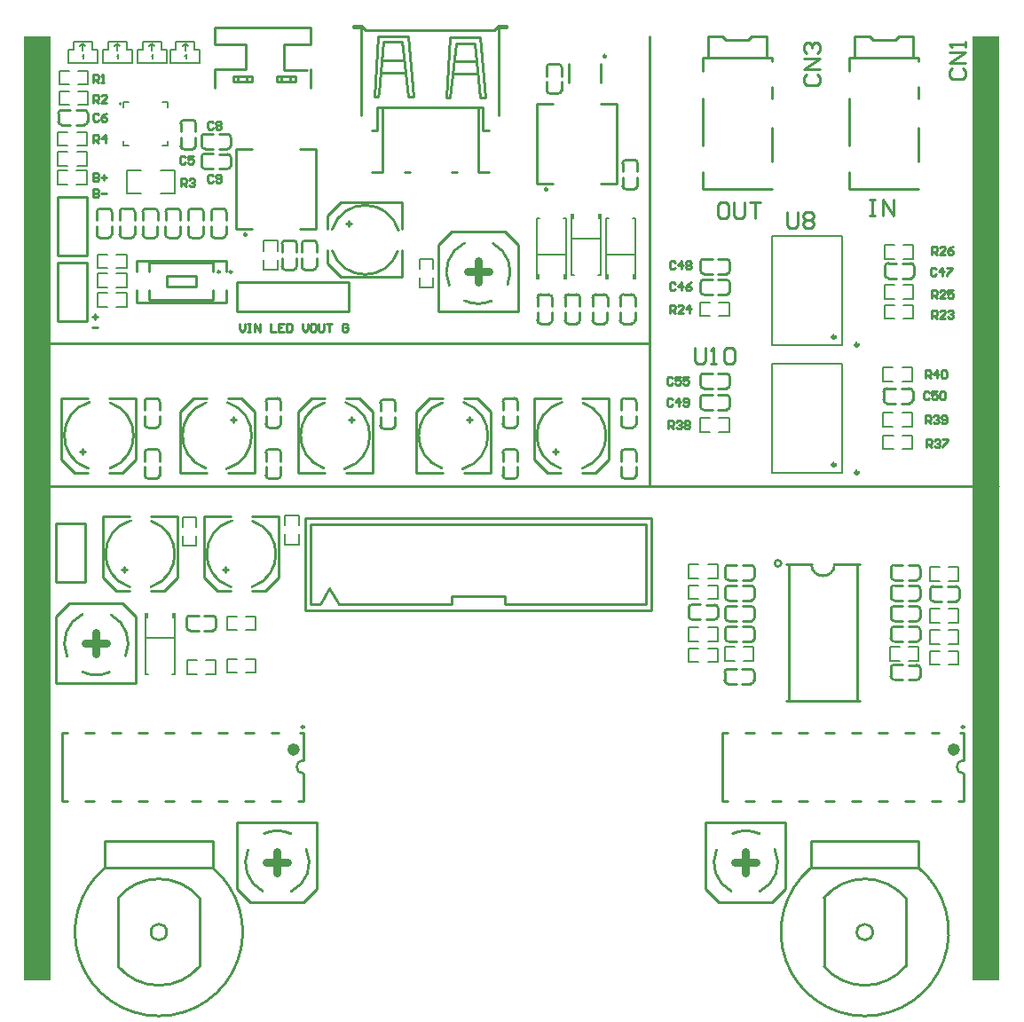
<source format=gto>
G04*
G04 #@! TF.GenerationSoftware,Altium Limited,Altium Designer,20.2.5 (213)*
G04*
G04 Layer_Color=65535*
%FSLAX24Y24*%
%MOIN*%
G70*
G04*
G04 #@! TF.SameCoordinates,311A2180-9421-45D2-9D82-A7DF5611BF6A*
G04*
G04*
G04 #@! TF.FilePolarity,Positive*
G04*
G01*
G75*
%ADD10C,0.0100*%
%ADD11C,0.0118*%
%ADD12C,0.0098*%
%ADD13C,0.0236*%
%ADD14C,0.0059*%
%ADD15C,0.0060*%
%ADD16C,0.0050*%
%ADD17C,0.0300*%
%ADD18R,0.1000X3.5500*%
G36*
X27018Y31243D02*
X27150D01*
Y31423D01*
X27018D01*
Y31243D01*
D02*
G37*
G36*
X28182D02*
X28050D01*
Y31423D01*
X28182D01*
Y31243D01*
D02*
G37*
G36*
X41718Y44157D02*
X41850D01*
Y43977D01*
X41718D01*
Y44157D01*
D02*
G37*
G36*
X42882D02*
X42750D01*
Y43977D01*
X42882D01*
Y44157D01*
D02*
G37*
G36*
X43025Y46243D02*
X43157D01*
Y46423D01*
X43025D01*
Y46243D01*
D02*
G37*
G36*
X44189D02*
X44057D01*
Y46423D01*
X44189D01*
Y46243D01*
D02*
G37*
G36*
X44318Y44157D02*
X44450D01*
Y43977D01*
X44318D01*
Y44157D01*
D02*
G37*
G36*
X45482D02*
X45350D01*
Y43977D01*
X45482D01*
Y44157D01*
D02*
G37*
D10*
X28370Y48975D02*
G03*
X28492Y48853I122J0D01*
G01*
X28807D02*
G03*
X28929Y48975I0J122D01*
G01*
X28495Y49953D02*
G03*
X28373Y49831I-0J-122D01*
G01*
X28932D02*
G03*
X28810Y49953I-122J0D01*
G01*
X29275Y49430D02*
G03*
X29153Y49308I0J-122D01*
G01*
Y48993D02*
G03*
X29275Y48871I122J-0D01*
G01*
X30253Y49305D02*
G03*
X30131Y49427I-122J0D01*
G01*
Y48868D02*
G03*
X30253Y48990I0J122D01*
G01*
X29275Y48680D02*
G03*
X29153Y48558I0J-122D01*
G01*
Y48243D02*
G03*
X29275Y48121I122J-0D01*
G01*
X30253Y48555D02*
G03*
X30131Y48677I-122J0D01*
G01*
Y48118D02*
G03*
X30253Y48240I0J122D01*
G01*
X24753Y49770D02*
G03*
X24875Y49892I0J122D01*
G01*
Y50207D02*
G03*
X24753Y50329I-122J0D01*
G01*
X23775Y49894D02*
G03*
X23897Y49772I122J-0D01*
G01*
Y50331D02*
G03*
X23775Y50209I0J-122D01*
G01*
X54897Y39871D02*
G03*
X54775Y39749I0J-122D01*
G01*
Y39434D02*
G03*
X54897Y39312I122J-0D01*
G01*
X55875Y39747D02*
G03*
X55753Y39869I-122J0D01*
G01*
Y39310D02*
G03*
X55875Y39432I0J122D01*
G01*
X55803Y44010D02*
G03*
X55925Y44132I0J122D01*
G01*
Y44447D02*
G03*
X55803Y44569I-122J0D01*
G01*
X54825Y44134D02*
G03*
X54947Y44012I122J-0D01*
G01*
Y44571D02*
G03*
X54825Y44449I0J-122D01*
G01*
X48875Y39065D02*
G03*
X48997Y39187I0J122D01*
G01*
Y39502D02*
G03*
X48875Y39624I-122J0D01*
G01*
X47897Y39189D02*
G03*
X48019Y39067I122J-0D01*
G01*
Y39626D02*
G03*
X47897Y39504I0J-122D01*
G01*
X48019Y40432D02*
G03*
X47897Y40310I0J-122D01*
G01*
Y39995D02*
G03*
X48019Y39873I122J-0D01*
G01*
X48997Y40307D02*
G03*
X48875Y40429I-122J0D01*
G01*
Y39870D02*
G03*
X48997Y39992I0J122D01*
G01*
X48875Y43390D02*
G03*
X48997Y43512I0J122D01*
G01*
Y43827D02*
G03*
X48875Y43949I-122J0D01*
G01*
X47897Y43514D02*
G03*
X48019Y43392I122J-0D01*
G01*
Y43951D02*
G03*
X47897Y43829I0J-122D01*
G01*
X48019Y44732D02*
G03*
X47897Y44610I0J-122D01*
G01*
Y44295D02*
G03*
X48019Y44173I122J-0D01*
G01*
X48997Y44607D02*
G03*
X48875Y44729I-122J0D01*
G01*
Y44170D02*
G03*
X48997Y44292I0J122D01*
G01*
X57778Y25900D02*
G03*
X57778Y25400I-0J-250D01*
G01*
X32978Y25900D02*
G03*
X32978Y25400I-0J-250D01*
G01*
X28719Y31332D02*
G03*
X28597Y31210I0J-122D01*
G01*
Y30895D02*
G03*
X28719Y30773I122J-0D01*
G01*
X29697Y31207D02*
G03*
X29575Y31329I-122J0D01*
G01*
Y30770D02*
G03*
X29697Y30892I0J122D01*
G01*
X29082Y20726D02*
G03*
X26018Y20726I-1532J-1286D01*
G01*
X25525Y21853D02*
G03*
X29575Y21853I2025J-2413D01*
G01*
X27850Y19440D02*
G03*
X27850Y19440I-300J0D01*
G01*
X26018Y18154D02*
G03*
X29082Y18154I1532J1286D01*
G01*
X24949Y39352D02*
G03*
X24904Y36862I351J-1252D01*
G01*
X25711Y36867D02*
G03*
X25727Y39328I-411J1233D01*
G01*
X41030Y39378D02*
G03*
X40908Y39500I-122J0D01*
G01*
X40593D02*
G03*
X40471Y39378I-0J-122D01*
G01*
X40905Y38399D02*
G03*
X41027Y38521I0J122D01*
G01*
X40468D02*
G03*
X40590Y38399I122J0D01*
G01*
X27580Y39375D02*
G03*
X27458Y39497I-122J0D01*
G01*
X27143D02*
G03*
X27021Y39375I-0J-122D01*
G01*
X27455Y38397D02*
G03*
X27577Y38519I0J122D01*
G01*
X27018D02*
G03*
X27140Y38397I122J0D01*
G01*
X45480Y39378D02*
G03*
X45358Y39500I-122J0D01*
G01*
X45043D02*
G03*
X44921Y39378I-0J-122D01*
G01*
X45355Y38399D02*
G03*
X45477Y38521I0J122D01*
G01*
X44918D02*
G03*
X45040Y38399I122J0D01*
G01*
X41768Y42425D02*
G03*
X41890Y42303I122J0D01*
G01*
X42205D02*
G03*
X42327Y42425I0J122D01*
G01*
X41893Y43403D02*
G03*
X41771Y43281I-0J-122D01*
G01*
X42330D02*
G03*
X42208Y43403I-122J0D01*
G01*
X42805Y42425D02*
G03*
X42927Y42303I122J0D01*
G01*
X43242D02*
G03*
X43364Y42425I0J122D01*
G01*
X42929Y43403D02*
G03*
X42807Y43281I-0J-122D01*
G01*
X43366D02*
G03*
X43244Y43403I-122J0D01*
G01*
X34526Y36848D02*
G03*
X34571Y39338I-351J1252D01*
G01*
X33764Y39333D02*
G03*
X33748Y36872I411J-1233D01*
G01*
X35870Y38475D02*
G03*
X35992Y38353I122J0D01*
G01*
X36307D02*
G03*
X36429Y38475I0J122D01*
G01*
X35995Y39453D02*
G03*
X35873Y39331I-0J-122D01*
G01*
X36432D02*
G03*
X36310Y39453I-122J0D01*
G01*
X30299Y34902D02*
G03*
X30254Y32412I351J-1252D01*
G01*
X31061Y32417D02*
G03*
X31077Y34878I-411J1233D01*
G01*
X26499Y34902D02*
G03*
X26454Y32412I351J-1252D01*
G01*
X27261Y32417D02*
G03*
X27277Y34878I-411J1233D01*
G01*
X24684Y29217D02*
G03*
X25697Y29208I516J1083D01*
G01*
X26300Y29822D02*
G03*
X25757Y31363I-1100J478D01*
G01*
X24682Y31383D02*
G03*
X24109Y29800I518J-1083D01*
G01*
X32516Y23133D02*
G03*
X31503Y23142I-516J-1083D01*
G01*
X30900Y22528D02*
G03*
X31443Y20987I1100J-478D01*
G01*
X32518Y20967D02*
G03*
X33091Y22550I-518J1083D01*
G01*
X50116Y23133D02*
G03*
X49103Y23142I-516J-1083D01*
G01*
X48500Y22528D02*
G03*
X49043Y20987I1100J-478D01*
G01*
X50118Y20967D02*
G03*
X50691Y22550I-518J1083D01*
G01*
X30850Y45650D02*
G03*
X30850Y45650I-50J0D01*
G01*
X26940Y45649D02*
G03*
X27062Y45527I122J0D01*
G01*
X27377D02*
G03*
X27499Y45649I0J122D01*
G01*
X27065Y46628D02*
G03*
X26943Y46506I-0J-122D01*
G01*
X27502D02*
G03*
X27380Y46628I-122J0D01*
G01*
X27800Y45649D02*
G03*
X27922Y45527I122J0D01*
G01*
X28237D02*
G03*
X28359Y45649I0J122D01*
G01*
X27925Y46628D02*
G03*
X27803Y46506I-0J-122D01*
G01*
X28362D02*
G03*
X28240Y46628I-122J0D01*
G01*
X28660Y45649D02*
G03*
X28782Y45527I122J0D01*
G01*
X29097D02*
G03*
X29219Y45649I0J122D01*
G01*
X28785Y46628D02*
G03*
X28663Y46506I-0J-122D01*
G01*
X29222D02*
G03*
X29100Y46628I-122J0D01*
G01*
X29520Y45649D02*
G03*
X29642Y45527I122J0D01*
G01*
X29957D02*
G03*
X30079Y45649I0J122D01*
G01*
X29645Y46628D02*
G03*
X29523Y46506I-0J-122D01*
G01*
X30082D02*
G03*
X29960Y46628I-122J0D01*
G01*
X36552Y45801D02*
G03*
X34062Y45846I-1252J-351D01*
G01*
X34067Y45039D02*
G03*
X36528Y45023I1233J411D01*
G01*
X32920Y44449D02*
G03*
X33042Y44327I122J0D01*
G01*
X33357D02*
G03*
X33479Y44449I0J122D01*
G01*
X33045Y45428D02*
G03*
X32923Y45306I-0J-122D01*
G01*
X33482D02*
G03*
X33360Y45428I-122J0D01*
G01*
X32170Y44449D02*
G03*
X32292Y44327I122J0D01*
G01*
X32607D02*
G03*
X32729Y44449I0J122D01*
G01*
X32295Y45428D02*
G03*
X32173Y45306I-0J-122D01*
G01*
X32732D02*
G03*
X32610Y45428I-122J0D01*
G01*
X29840Y44250D02*
G03*
X29840Y44250I-40J0D01*
G01*
X30300D02*
G03*
X30300Y44250I-50J0D01*
G01*
X42150Y47350D02*
G03*
X42150Y47350I-50J0D01*
G01*
X44350Y52350D02*
G03*
X44350Y52350I-50J0D01*
G01*
X38963Y36848D02*
G03*
X39009Y39338I-351J1252D01*
G01*
X38201Y39333D02*
G03*
X38185Y36872I411J-1233D01*
G01*
X40470Y36602D02*
G03*
X40592Y36480I122J0D01*
G01*
X40907D02*
G03*
X41029Y36602I0J122D01*
G01*
X40595Y37581D02*
G03*
X40473Y37459I-0J-122D01*
G01*
X41032D02*
G03*
X40910Y37581I-122J0D01*
G01*
X26080Y45649D02*
G03*
X26202Y45527I122J0D01*
G01*
X26517D02*
G03*
X26639Y45649I0J122D01*
G01*
X26205Y46628D02*
G03*
X26083Y46506I-0J-122D01*
G01*
X26642D02*
G03*
X26520Y46628I-122J0D01*
G01*
X25220Y45649D02*
G03*
X25342Y45527I122J0D01*
G01*
X25657D02*
G03*
X25779Y45649I0J122D01*
G01*
X25345Y46628D02*
G03*
X25223Y46506I-0J-122D01*
G01*
X25782D02*
G03*
X25660Y46628I-122J0D01*
G01*
X30088Y36848D02*
G03*
X30134Y39338I-351J1252D01*
G01*
X29326Y39333D02*
G03*
X29310Y36872I411J-1233D01*
G01*
X32130Y39378D02*
G03*
X32008Y39500I-122J0D01*
G01*
X31693D02*
G03*
X31571Y39378I-0J-122D01*
G01*
X32005Y38399D02*
G03*
X32127Y38521I0J122D01*
G01*
X31568D02*
G03*
X31690Y38399I122J0D01*
G01*
X31570Y36602D02*
G03*
X31692Y36480I122J0D01*
G01*
X32007D02*
G03*
X32129Y36602I0J122D01*
G01*
X31695Y37581D02*
G03*
X31573Y37459I-0J-122D01*
G01*
X32132D02*
G03*
X32010Y37581I-122J0D01*
G01*
X42680Y51925D02*
G03*
X42558Y52047I-122J0D01*
G01*
X42243D02*
G03*
X42121Y51925I-0J-122D01*
G01*
X42555Y50947D02*
G03*
X42677Y51069I0J122D01*
G01*
X42118D02*
G03*
X42240Y50947I122J0D01*
G01*
X39034Y43167D02*
G03*
X40047Y43158I516J1083D01*
G01*
X40650Y43772D02*
G03*
X40107Y45313I-1100J478D01*
G01*
X39032Y45333D02*
G03*
X38459Y43750I518J-1083D01*
G01*
X44970Y47475D02*
G03*
X45092Y47353I122J0D01*
G01*
X45407D02*
G03*
X45529Y47475I0J122D01*
G01*
X45095Y48453D02*
G03*
X44973Y48331I-0J-122D01*
G01*
X45532D02*
G03*
X45410Y48453I-122J0D01*
G01*
X27020Y36602D02*
G03*
X27142Y36480I122J0D01*
G01*
X27457D02*
G03*
X27579Y36602I0J122D01*
G01*
X27145Y37581D02*
G03*
X27023Y37459I-0J-122D01*
G01*
X27582D02*
G03*
X27460Y37581I-122J0D01*
G01*
X44920Y36602D02*
G03*
X45042Y36480I122J0D01*
G01*
X45357D02*
G03*
X45479Y36602I0J122D01*
G01*
X45045Y37581D02*
G03*
X44923Y37459I-0J-122D01*
G01*
X45482D02*
G03*
X45360Y37581I-122J0D01*
G01*
X42699Y39352D02*
G03*
X42654Y36862I351J-1252D01*
G01*
X43461Y36867D02*
G03*
X43477Y39328I-411J1233D01*
G01*
X44878Y42425D02*
G03*
X45000Y42303I122J0D01*
G01*
X45315D02*
G03*
X45437Y42425I0J122D01*
G01*
X45002Y43403D02*
G03*
X44880Y43281I-0J-122D01*
G01*
X45439D02*
G03*
X45317Y43403I-122J0D01*
G01*
X43841Y42425D02*
G03*
X43963Y42303I122J0D01*
G01*
X44278D02*
G03*
X44400Y42425I0J122D01*
G01*
X43965Y43403D02*
G03*
X43843Y43281I-0J-122D01*
G01*
X44402D02*
G03*
X44280Y43403I-122J0D01*
G01*
X52538Y18154D02*
G03*
X55602Y18154I1532J1286D01*
G01*
X54370Y19440D02*
G03*
X54370Y19440I-300J0D01*
G01*
X52045Y21853D02*
G03*
X56095Y21853I2025J-2413D01*
G01*
X55602Y20726D02*
G03*
X52538Y20726I-1532J-1286D01*
G01*
X49803Y31127D02*
G03*
X49925Y31249I0J122D01*
G01*
Y31564D02*
G03*
X49803Y31686I-122J0D01*
G01*
X48825Y31251D02*
G03*
X48947Y31129I122J-0D01*
G01*
Y31688D02*
G03*
X48825Y31566I0J-122D01*
G01*
X49803Y30355D02*
G03*
X49925Y30477I0J122D01*
G01*
Y30792D02*
G03*
X49803Y30914I-122J0D01*
G01*
X48825Y30479D02*
G03*
X48947Y30357I122J-0D01*
G01*
Y30916D02*
G03*
X48825Y30794I0J-122D01*
G01*
X55172Y31688D02*
G03*
X55050Y31566I0J-122D01*
G01*
Y31251D02*
G03*
X55172Y31129I122J-0D01*
G01*
X56151Y31564D02*
G03*
X56029Y31686I-122J0D01*
G01*
Y31127D02*
G03*
X56151Y31249I0J122D01*
G01*
X55172Y30916D02*
G03*
X55050Y30794I0J-122D01*
G01*
Y30479D02*
G03*
X55172Y30357I122J-0D01*
G01*
X56151Y30792D02*
G03*
X56029Y30914I-122J0D01*
G01*
Y30355D02*
G03*
X56151Y30477I0J122D01*
G01*
X55172Y32460D02*
G03*
X55050Y32338I0J-122D01*
G01*
Y32023D02*
G03*
X55172Y31901I122J-0D01*
G01*
X56151Y32336D02*
G03*
X56029Y32458I-122J0D01*
G01*
Y31899D02*
G03*
X56151Y32021I0J122D01*
G01*
X55172Y33232D02*
G03*
X55050Y33110I0J-122D01*
G01*
Y32795D02*
G03*
X55172Y32673I122J-0D01*
G01*
X56151Y33107D02*
G03*
X56029Y33229I-122J0D01*
G01*
Y32670D02*
G03*
X56151Y32792I0J122D01*
G01*
X49803Y32670D02*
G03*
X49925Y32792I0J122D01*
G01*
Y33107D02*
G03*
X49803Y33229I-122J0D01*
G01*
X48825Y32795D02*
G03*
X48947Y32673I122J-0D01*
G01*
Y33232D02*
G03*
X48825Y33110I0J-122D01*
G01*
X49803Y31899D02*
G03*
X49925Y32021I0J122D01*
G01*
Y32336D02*
G03*
X49803Y32458I-122J0D01*
G01*
X48825Y32023D02*
G03*
X48947Y31901I122J-0D01*
G01*
Y32460D02*
G03*
X48825Y32338I0J-122D01*
G01*
X50925Y33298D02*
G03*
X50925Y33298I-118J0D01*
G01*
X52067Y33260D02*
G03*
X52933Y33260I433J0D01*
G01*
X56025Y28920D02*
G03*
X56147Y29042I0J122D01*
G01*
Y29357D02*
G03*
X56025Y29479I-122J0D01*
G01*
X55047Y29045D02*
G03*
X55169Y28923I122J-0D01*
G01*
Y29482D02*
G03*
X55047Y29360I0J-122D01*
G01*
X56647Y32434D02*
G03*
X56525Y32312I0J-122D01*
G01*
Y31997D02*
G03*
X56647Y31875I122J-0D01*
G01*
X57625Y32309D02*
G03*
X57503Y32431I-122J0D01*
G01*
Y31872D02*
G03*
X57625Y31994I0J122D01*
G01*
X48925Y29330D02*
G03*
X48803Y29208I0J-122D01*
G01*
Y28893D02*
G03*
X48925Y28771I122J-0D01*
G01*
X49903Y29205D02*
G03*
X49781Y29327I-122J0D01*
G01*
Y28768D02*
G03*
X49903Y28890I0J122D01*
G01*
X47575Y31746D02*
G03*
X47453Y31624I0J-122D01*
G01*
Y31309D02*
G03*
X47575Y31187I122J-0D01*
G01*
X48553Y31622D02*
G03*
X48431Y31744I-122J0D01*
G01*
Y31185D02*
G03*
X48553Y31307I0J122D01*
G01*
X28373Y49516D02*
Y49831D01*
X28495Y49953D02*
X28810D01*
X28932Y49516D02*
Y49831D01*
X28370Y48975D02*
Y49290D01*
X28929Y48975D02*
Y49290D01*
X28492Y48853D02*
X28807D01*
X29816Y49427D02*
X30131D01*
X30253Y48990D02*
Y49305D01*
X29816Y48868D02*
X30131D01*
X29275Y49430D02*
X29590D01*
X29275Y48871D02*
X29590D01*
X29153Y48993D02*
Y49308D01*
X29816Y48677D02*
X30131D01*
X30253Y48240D02*
Y48555D01*
X29816Y48118D02*
X30131D01*
X29275Y48680D02*
X29590D01*
X29275Y48121D02*
X29590D01*
X29153Y48243D02*
Y48558D01*
X23775Y49894D02*
Y50209D01*
X23897Y49772D02*
X24212D01*
X23897Y50331D02*
X24212D01*
X24438Y49770D02*
X24753D01*
X24875Y49892D02*
Y50207D01*
X24438Y50329D02*
X24753D01*
X55438Y39869D02*
X55753D01*
X55875Y39432D02*
Y39747D01*
X55438Y39310D02*
X55753D01*
X54897Y39871D02*
X55212D01*
X54897Y39312D02*
X55212D01*
X54775Y39434D02*
Y39749D01*
X54825Y44134D02*
Y44449D01*
X54947Y44012D02*
X55262D01*
X54947Y44571D02*
X55262D01*
X55488Y44010D02*
X55803D01*
X55925Y44132D02*
Y44447D01*
X55488Y44569D02*
X55803D01*
X47897Y39189D02*
Y39504D01*
X48019Y39067D02*
X48334D01*
X48019Y39626D02*
X48334D01*
X48560Y39065D02*
X48875D01*
X48997Y39187D02*
Y39502D01*
X48560Y39624D02*
X48875D01*
X48997Y39992D02*
Y40307D01*
X48560Y40429D02*
X48875D01*
X48560Y39870D02*
X48875D01*
X48019Y40432D02*
X48334D01*
X47897Y39995D02*
Y40310D01*
X48019Y39873D02*
X48334D01*
X47897Y43514D02*
Y43829D01*
X48019Y43392D02*
X48334D01*
X48019Y43951D02*
X48334D01*
X48560Y43390D02*
X48875D01*
X48997Y43512D02*
Y43827D01*
X48560Y43949D02*
X48875D01*
X48997Y44292D02*
Y44607D01*
X48560Y44729D02*
X48875D01*
X48560Y44170D02*
X48875D01*
X48019Y44732D02*
X48334D01*
X47897Y44295D02*
Y44610D01*
X48019Y44173D02*
X48334D01*
X55210Y52950D02*
X55350Y53090D01*
X55900D01*
X54390Y52950D02*
X55210D01*
X55900Y52290D02*
Y53090D01*
X53700D02*
X54250D01*
X54390Y52950D01*
X53700Y52290D02*
Y53090D01*
X53500Y52290D02*
X53700D01*
X55900D02*
X56100D01*
X53700D02*
X55900D01*
X53500Y47370D02*
X56100D01*
X53500Y49000D02*
Y50750D01*
X56100Y48400D02*
Y49650D01*
Y50750D02*
Y51200D01*
X53500Y51800D02*
Y52290D01*
Y47370D02*
Y48000D01*
X56100Y52150D02*
Y52290D01*
X49685Y52950D02*
X49825Y53090D01*
X50375D01*
X48865Y52950D02*
X49685D01*
X50375Y52290D02*
Y53090D01*
X48175D02*
X48725D01*
X48865Y52950D01*
X48175Y52290D02*
Y53090D01*
X47975Y52290D02*
X48175D01*
X50375D02*
X50575D01*
X48175D02*
X50375D01*
X47975Y47370D02*
X50575D01*
X47975Y49000D02*
Y50750D01*
X50575Y48400D02*
Y49650D01*
Y50750D02*
Y51200D01*
X47975Y51800D02*
Y52290D01*
Y47370D02*
Y48000D01*
X50575Y52150D02*
Y52290D01*
X33950Y32350D02*
X34317Y31746D01*
Y31750D02*
X38550D01*
X33054Y34982D02*
X46046D01*
Y31518D02*
Y34982D01*
X33054Y31518D02*
Y34982D01*
X38550Y31750D02*
Y32050D01*
X40550D01*
Y31750D02*
Y32050D01*
X33250Y31750D02*
Y34750D01*
X45850D01*
Y31750D02*
Y34750D01*
X40550Y31750D02*
X45850D01*
X33617Y31746D02*
X33950Y32350D01*
X33054Y31518D02*
X46046Y31518D01*
X33250Y31750D02*
X33617D01*
X35307Y53325D02*
X40157D01*
X40326Y53495D01*
X35267Y53361D02*
X35307Y53325D01*
X35137Y53491D02*
X35267Y53361D01*
X35134Y53325D02*
X35134Y50132D01*
X40325Y53346D02*
X40327Y50132D01*
X38534Y47982D02*
X38734D01*
X35933Y52210D02*
X36732D01*
X35898Y51733D02*
X36787D01*
X38642Y52171D02*
X39441D01*
X38607Y51694D02*
X39497D01*
X38336Y50803D02*
X38476Y53063D01*
X39616D01*
X39806Y50803D01*
X39606D02*
X39806D01*
X39407Y52824D02*
X39606Y50803D01*
X38718Y52824D02*
X39407D01*
X38486Y50803D02*
X38718Y52824D01*
X38336Y50803D02*
X38486D01*
X35647Y50830D02*
X35784Y53088D01*
X36920Y53086D01*
X37115Y50828D01*
X36915Y50830D02*
X37115Y50828D01*
X36714Y52617D02*
X36915Y50830D01*
X36684Y52884D02*
X36714Y52617D01*
X35995Y52880D02*
X36684Y52884D01*
X35809Y50999D02*
X35995Y52880D01*
X35797Y50830D02*
X35809Y50999D01*
X35647Y50830D02*
X35797D01*
X39731Y49567D02*
X39934Y49569D01*
X39731Y49567D02*
Y50433D01*
X35739D02*
X39731D01*
X35739Y49567D02*
Y50433D01*
X35534Y49569D02*
X35739Y49567D01*
X34850Y53424D02*
Y53494D01*
X40618Y53424D02*
Y53494D01*
X40326Y53495D02*
X40614D01*
X40326Y53396D02*
Y53495D01*
X34854Y53424D02*
X35134D01*
Y53325D02*
Y53424D01*
X40327D02*
X40614D01*
X40327Y53325D02*
Y53424D01*
X34854Y53495D02*
X35134D01*
Y53396D02*
Y53495D01*
X35534Y47982D02*
X35934D01*
Y50433D01*
X39534Y47982D02*
X39934D01*
X39534D02*
Y50429D01*
X36784Y47982D02*
X36984D01*
X30500Y42750D02*
Y43850D01*
X34700D01*
X30500Y42750D02*
X34700D01*
Y43850D01*
X57778Y25900D02*
Y26930D01*
Y24370D02*
Y25400D01*
X57591Y24370D02*
X57778D01*
X56591D02*
X56909D01*
X55591D02*
X55909D01*
X54591D02*
X54909D01*
X53591D02*
X53909D01*
X52591D02*
X52909D01*
X51591D02*
X51909D01*
X50591D02*
X50909D01*
X49591D02*
X49909D01*
X48722D02*
X48909D01*
X48722D02*
Y26930D01*
X48909D01*
X49591D02*
X49909D01*
X50591D02*
X50909D01*
X51591D02*
X51909D01*
X52591D02*
X52909D01*
X53591D02*
X53909D01*
X54591D02*
X54909D01*
X55591D02*
X55909D01*
X56591D02*
X56844D01*
X57656D02*
X57778D01*
X32978Y25900D02*
Y26930D01*
Y24370D02*
Y25400D01*
X32791Y24370D02*
X32978D01*
X31791D02*
X32109D01*
X30791D02*
X31109D01*
X29791D02*
X30109D01*
X28791D02*
X29109D01*
X27791D02*
X28109D01*
X26791D02*
X27109D01*
X25791D02*
X26109D01*
X24791D02*
X25109D01*
X23922D02*
X24109D01*
X23922D02*
Y26930D01*
X24109D01*
X24791D02*
X25109D01*
X25791D02*
X26109D01*
X26791D02*
X27109D01*
X27791D02*
X28109D01*
X28791D02*
X29109D01*
X29791D02*
X30109D01*
X30791D02*
X31109D01*
X31791D02*
X32044D01*
X32856D02*
X32978D01*
X29697Y30892D02*
Y31207D01*
X29260Y31329D02*
X29575D01*
X29260Y30770D02*
X29575D01*
X28719Y31332D02*
X29034D01*
X28597Y30895D02*
Y31210D01*
X28719Y30773D02*
X29034D01*
X23700Y34800D02*
X24800D01*
Y32600D02*
Y34800D01*
X23700Y32600D02*
Y34800D01*
Y32600D02*
X24800D01*
X46000Y39850D02*
Y53100D01*
Y36200D02*
Y39850D01*
X23450Y41550D02*
X46000D01*
X22600Y36200D02*
X59100Y36200D01*
X25525Y21853D02*
X29575D01*
X25525Y22853D02*
X29575D01*
X25525Y21853D02*
Y22853D01*
X29575Y21853D02*
Y22853D01*
X29082Y18154D02*
Y20726D01*
X26018Y18154D02*
Y20726D01*
X23900Y39500D02*
X24900D01*
X25700D02*
X26700D01*
Y37300D02*
Y39500D01*
X26200Y36700D02*
X26700Y37200D01*
Y37300D01*
X23900Y37200D02*
X24400Y36700D01*
X23900Y37200D02*
Y37300D01*
X25700Y36700D02*
X26200D01*
X23900Y37300D02*
Y39500D01*
X24400Y36700D02*
X24900D01*
X41027Y38521D02*
Y38836D01*
X40590Y38399D02*
X40905D01*
X40468Y38521D02*
Y38836D01*
X41030Y39063D02*
Y39378D01*
X40471Y39063D02*
Y39378D01*
X40593Y39500D02*
X40908D01*
X27577Y38519D02*
Y38834D01*
X27140Y38397D02*
X27455D01*
X27018Y38519D02*
Y38834D01*
X27580Y39060D02*
Y39375D01*
X27021Y39060D02*
Y39375D01*
X27143Y39497D02*
X27458D01*
X45477Y38521D02*
Y38836D01*
X45040Y38399D02*
X45355D01*
X44918Y38521D02*
Y38836D01*
X45480Y39063D02*
Y39378D01*
X44921Y39063D02*
Y39378D01*
X45043Y39500D02*
X45358D01*
X41771Y42966D02*
Y43281D01*
X41893Y43403D02*
X42208D01*
X42330Y42966D02*
Y43281D01*
X41768Y42425D02*
Y42740D01*
X42327Y42425D02*
Y42740D01*
X41890Y42303D02*
X42205D01*
X42807Y42966D02*
Y43281D01*
X42929Y43403D02*
X43244D01*
X43366Y42966D02*
Y43281D01*
X42805Y42425D02*
Y42740D01*
X43364Y42425D02*
Y42740D01*
X42927Y42303D02*
X43242D01*
X34575Y36700D02*
X35575D01*
X32775D02*
X33775D01*
X32775D02*
Y38900D01*
Y39000D02*
X33275Y39500D01*
X32775Y38900D02*
Y39000D01*
X35075Y39500D02*
X35575Y39000D01*
Y38900D02*
Y39000D01*
X33275Y39500D02*
X33775D01*
X35575Y36700D02*
Y38900D01*
X34575Y39500D02*
X35075D01*
X35873Y39016D02*
Y39331D01*
X35995Y39453D02*
X36310D01*
X36432Y39016D02*
Y39331D01*
X35870Y38475D02*
Y38790D01*
X36429Y38475D02*
Y38790D01*
X35992Y38353D02*
X36307D01*
X29250Y35050D02*
X30250D01*
X31050D02*
X32050D01*
Y32850D02*
Y35050D01*
X31550Y32250D02*
X32050Y32750D01*
Y32850D01*
X29250Y32750D02*
X29750Y32250D01*
X29250Y32750D02*
Y32850D01*
X31050Y32250D02*
X31550D01*
X29250Y32850D02*
Y35050D01*
X29750Y32250D02*
X30250D01*
X25450Y35050D02*
X26450D01*
X27250D02*
X28250D01*
Y32850D02*
Y35050D01*
X27750Y32250D02*
X28250Y32750D01*
Y32850D01*
X25450Y32750D02*
X25950Y32250D01*
X25450Y32750D02*
Y32850D01*
X27250Y32250D02*
X27750D01*
X25450Y32850D02*
Y35050D01*
X25950Y32250D02*
X26450D01*
X23700Y28800D02*
Y31300D01*
X24200Y31800D01*
X26200D01*
X26700Y28800D02*
Y31300D01*
X26200Y31800D02*
X26700Y31300D01*
X23700Y28800D02*
X26700D01*
X33500Y21050D02*
Y23550D01*
X33000Y20550D02*
X33500Y21050D01*
X31000Y20550D02*
X33000D01*
X30500Y21050D02*
Y23550D01*
Y21050D02*
X31000Y20550D01*
X30500Y23550D02*
X33500D01*
X51100Y21050D02*
Y23550D01*
X50600Y20550D02*
X51100Y21050D01*
X48600Y20550D02*
X50600D01*
X48100Y21050D02*
Y23550D01*
Y21050D02*
X48600Y20550D01*
X48100Y23550D02*
X51100D01*
X33450Y45850D02*
Y48850D01*
X30450Y45850D02*
Y48850D01*
X31050D01*
X30450Y45850D02*
X31050D01*
X32850D02*
X33450D01*
X32850Y48850D02*
X33450D01*
X26943Y46191D02*
Y46506D01*
X27065Y46628D02*
X27380D01*
X27502Y46191D02*
Y46506D01*
X26940Y45649D02*
Y45964D01*
X27499Y45649D02*
Y45964D01*
X27062Y45527D02*
X27377D01*
X27803Y46191D02*
Y46506D01*
X27925Y46628D02*
X28240D01*
X28362Y46191D02*
Y46506D01*
X27800Y45649D02*
Y45964D01*
X28359Y45649D02*
Y45964D01*
X27922Y45527D02*
X28237D01*
X28663Y46191D02*
Y46506D01*
X28785Y46628D02*
X29100D01*
X29222Y46191D02*
Y46506D01*
X28660Y45649D02*
Y45964D01*
X29219Y45649D02*
Y45964D01*
X28782Y45527D02*
X29097D01*
X29523Y46191D02*
Y46506D01*
X29645Y46628D02*
X29960D01*
X30082Y46191D02*
Y46506D01*
X29520Y45649D02*
Y45964D01*
X30079Y45649D02*
Y45964D01*
X29642Y45527D02*
X29957D01*
X33241Y52784D02*
Y53414D01*
X29659D02*
X33241D01*
X29659Y52803D02*
Y53414D01*
Y52811D02*
X30820D01*
X29659Y51859D02*
X30820D01*
Y52764D01*
X32237Y51839D02*
X33123D01*
X32237D02*
Y52784D01*
X33241D01*
X30839Y51386D02*
Y51583D01*
X30524Y51386D02*
Y51583D01*
X31036Y51386D02*
Y51583D01*
X30347D02*
X31036D01*
X30347Y51386D02*
Y51583D01*
Y51386D02*
X31017D01*
X32670Y51386D02*
Y51583D01*
X31981D02*
X32670D01*
X31981Y51386D02*
Y51583D01*
Y51386D02*
X32651D01*
X32159D02*
Y51583D01*
X32474Y51386D02*
Y51583D01*
X33241Y51157D02*
Y51386D01*
X29659Y51157D02*
Y51871D01*
X33241Y51386D02*
Y51871D01*
X23750Y42400D02*
X24850D01*
X23750D02*
Y44600D01*
X24850Y42400D02*
Y44600D01*
X23750D02*
X24850D01*
X36700Y45850D02*
Y46850D01*
Y44050D02*
Y45050D01*
X34500Y44050D02*
X36700D01*
X33900Y44550D02*
X34400Y44050D01*
X34500D01*
X33900Y46350D02*
X34400Y46850D01*
X34500D01*
X33900Y44550D02*
Y45050D01*
X34500Y46850D02*
X36700D01*
X33900Y45850D02*
Y46350D01*
X32923Y44991D02*
Y45306D01*
X33045Y45428D02*
X33360D01*
X33482Y44991D02*
Y45306D01*
X32920Y44449D02*
Y44764D01*
X33479Y44449D02*
Y44764D01*
X33042Y44327D02*
X33357D01*
X32173Y44991D02*
Y45306D01*
X32295Y45428D02*
X32610D01*
X32732Y44991D02*
Y45306D01*
X32170Y44449D02*
Y44764D01*
X32729Y44449D02*
Y44764D01*
X32292Y44327D02*
X32607D01*
X27200Y44600D02*
X29600D01*
X27200Y43200D02*
X29600D01*
X27850Y44100D02*
X28950D01*
X27850Y43700D02*
Y44100D01*
X28950Y43700D02*
Y44100D01*
X27850Y43700D02*
X28950D01*
X27200Y43200D02*
Y43550D01*
Y44250D02*
Y44600D01*
X29600Y44250D02*
Y44600D01*
Y43200D02*
Y43550D01*
X30072Y44250D02*
Y44625D01*
X26722Y44650D02*
X30072D01*
X26722Y44250D02*
Y44625D01*
Y43125D02*
Y43550D01*
Y43100D02*
X30072D01*
Y43125D02*
Y43550D01*
X44750Y47550D02*
Y50550D01*
X41750Y47550D02*
Y50550D01*
X42350D01*
X41750Y47550D02*
X42350D01*
X44150D02*
X44750D01*
X44150Y50550D02*
X44750D01*
X23750Y44850D02*
X24850D01*
X23750D02*
Y47050D01*
X24850Y44850D02*
Y47050D01*
X23750D02*
X24850D01*
X44160Y51346D02*
Y52054D01*
X42940Y51346D02*
Y52054D01*
X39012Y36700D02*
X40012D01*
X37213D02*
X38212D01*
X37213D02*
Y38900D01*
Y39000D02*
X37713Y39500D01*
X37213Y38900D02*
Y39000D01*
X39513Y39500D02*
X40012Y39000D01*
Y38900D02*
Y39000D01*
X37713Y39500D02*
X38212D01*
X40012Y36700D02*
Y38900D01*
X39012Y39500D02*
X39513D01*
X40473Y37144D02*
Y37459D01*
X40595Y37581D02*
X40910D01*
X41032Y37144D02*
Y37459D01*
X40470Y36602D02*
Y36917D01*
X41029Y36602D02*
Y36917D01*
X40592Y36480D02*
X40907D01*
X26083Y46191D02*
Y46506D01*
X26205Y46628D02*
X26520D01*
X26642Y46191D02*
Y46506D01*
X26080Y45649D02*
Y45964D01*
X26639Y45649D02*
Y45964D01*
X26202Y45527D02*
X26517D01*
X25223Y46191D02*
Y46506D01*
X25345Y46628D02*
X25660D01*
X25782Y46191D02*
Y46506D01*
X25220Y45649D02*
Y45964D01*
X25779Y45649D02*
Y45964D01*
X25342Y45527D02*
X25657D01*
X30138Y36700D02*
X31137D01*
X28338D02*
X29337D01*
X28338D02*
Y38900D01*
Y39000D02*
X28837Y39500D01*
X28338Y38900D02*
Y39000D01*
X30638Y39500D02*
X31137Y39000D01*
Y38900D02*
Y39000D01*
X28837Y39500D02*
X29337D01*
X31137Y36700D02*
Y38900D01*
X30138Y39500D02*
X30638D01*
X32127Y38521D02*
Y38836D01*
X31690Y38399D02*
X32005D01*
X31568Y38521D02*
Y38836D01*
X32130Y39063D02*
Y39378D01*
X31571Y39063D02*
Y39378D01*
X31693Y39500D02*
X32008D01*
X31573Y37144D02*
Y37459D01*
X31695Y37581D02*
X32010D01*
X32132Y37144D02*
Y37459D01*
X31570Y36602D02*
Y36917D01*
X32129Y36602D02*
Y36917D01*
X31692Y36480D02*
X32007D01*
X42677Y51069D02*
Y51384D01*
X42240Y50947D02*
X42555D01*
X42118Y51069D02*
Y51384D01*
X42680Y51610D02*
Y51925D01*
X42121Y51610D02*
Y51925D01*
X42243Y52047D02*
X42558D01*
X38050Y42750D02*
Y45250D01*
X38550Y45750D01*
X40550D01*
X41050Y42750D02*
Y45250D01*
X40550Y45750D02*
X41050Y45250D01*
X38050Y42750D02*
X41050D01*
X44973Y48016D02*
Y48331D01*
X45095Y48453D02*
X45410D01*
X45532Y48016D02*
Y48331D01*
X44970Y47475D02*
Y47790D01*
X45529Y47475D02*
Y47790D01*
X45092Y47353D02*
X45407D01*
X27023Y37144D02*
Y37459D01*
X27145Y37581D02*
X27460D01*
X27582Y37144D02*
Y37459D01*
X27020Y36602D02*
Y36917D01*
X27579Y36602D02*
Y36917D01*
X27142Y36480D02*
X27457D01*
X44923Y37144D02*
Y37459D01*
X45045Y37581D02*
X45360D01*
X45482Y37144D02*
Y37459D01*
X44920Y36602D02*
Y36917D01*
X45479Y36602D02*
Y36917D01*
X45042Y36480D02*
X45357D01*
X41650Y39500D02*
X42650D01*
X43450D02*
X44450D01*
Y37300D02*
Y39500D01*
X43950Y36700D02*
X44450Y37200D01*
Y37300D01*
X41650Y37200D02*
X42150Y36700D01*
X41650Y37200D02*
Y37300D01*
X43450Y36700D02*
X43950D01*
X41650Y37300D02*
Y39500D01*
X42150Y36700D02*
X42650D01*
X44880Y42966D02*
Y43281D01*
X45002Y43403D02*
X45317D01*
X45439Y42966D02*
Y43281D01*
X44878Y42425D02*
Y42740D01*
X45437Y42425D02*
Y42740D01*
X45000Y42303D02*
X45315D01*
X43843Y42966D02*
Y43281D01*
X43965Y43403D02*
X44280D01*
X44402Y42966D02*
Y43281D01*
X43841Y42425D02*
Y42740D01*
X44400Y42425D02*
Y42740D01*
X43963Y42303D02*
X44278D01*
X52538Y18154D02*
Y20726D01*
X55602Y18154D02*
Y20726D01*
X56095Y21853D02*
Y22853D01*
X52045Y21853D02*
Y22853D01*
X56095D01*
X52045Y21853D02*
X56095D01*
X48947Y31129D02*
X49262D01*
X48825Y31251D02*
Y31566D01*
X48947Y31688D02*
X49262D01*
X49488Y31127D02*
X49803D01*
X49488Y31686D02*
X49803D01*
X49925Y31249D02*
Y31564D01*
X48947Y30357D02*
X49262D01*
X48825Y30479D02*
Y30794D01*
X48947Y30916D02*
X49262D01*
X49488Y30355D02*
X49803D01*
X49488Y30914D02*
X49803D01*
X49925Y30477D02*
Y30792D01*
X55714Y31686D02*
X56029D01*
X56151Y31249D02*
Y31564D01*
X55714Y31127D02*
X56029D01*
X55172Y31688D02*
X55487D01*
X55172Y31129D02*
X55487D01*
X55050Y31251D02*
Y31566D01*
X55714Y30914D02*
X56029D01*
X56151Y30477D02*
Y30792D01*
X55714Y30355D02*
X56029D01*
X55172Y30916D02*
X55487D01*
X55172Y30357D02*
X55487D01*
X55050Y30479D02*
Y30794D01*
X55714Y32458D02*
X56029D01*
X56151Y32021D02*
Y32336D01*
X55714Y31899D02*
X56029D01*
X55172Y32460D02*
X55487D01*
X55172Y31901D02*
X55487D01*
X55050Y32023D02*
Y32338D01*
X55714Y33229D02*
X56029D01*
X56151Y32792D02*
Y33107D01*
X55714Y32670D02*
X56029D01*
X55172Y33232D02*
X55487D01*
X55172Y32673D02*
X55487D01*
X55050Y32795D02*
Y33110D01*
X48947Y32673D02*
X49262D01*
X48825Y32795D02*
Y33110D01*
X48947Y33232D02*
X49262D01*
X49488Y32670D02*
X49803D01*
X49488Y33229D02*
X49803D01*
X49925Y32792D02*
Y33107D01*
X48947Y31901D02*
X49262D01*
X48825Y32023D02*
Y32338D01*
X48947Y32460D02*
X49262D01*
X49488Y31899D02*
X49803D01*
X49488Y32458D02*
X49803D01*
X49925Y32021D02*
Y32336D01*
X52933Y33260D02*
X53878Y33268D01*
X53778Y28141D02*
Y33268D01*
X51122Y28141D02*
X53878D01*
X51122Y33250D02*
X52067Y33260D01*
X51222Y28141D02*
Y33250D01*
X55169Y28923D02*
X55484D01*
X55047Y29045D02*
Y29360D01*
X55169Y29482D02*
X55484D01*
X55710Y28920D02*
X56025D01*
X55710Y29479D02*
X56025D01*
X56147Y29042D02*
Y29357D01*
X57188Y32431D02*
X57503D01*
X57625Y31994D02*
Y32309D01*
X57188Y31872D02*
X57503D01*
X56647Y32434D02*
X56962D01*
X56647Y31875D02*
X56962D01*
X56525Y31997D02*
Y32312D01*
X49466Y29327D02*
X49781D01*
X49903Y28890D02*
Y29205D01*
X49466Y28768D02*
X49781D01*
X48925Y29330D02*
X49240D01*
X48925Y28771D02*
X49240D01*
X48803Y28893D02*
Y29208D01*
X48116Y31744D02*
X48431D01*
X48553Y31307D02*
Y31622D01*
X48116Y31185D02*
X48431D01*
X47575Y31746D02*
X47890D01*
X47575Y31187D02*
X47890D01*
X47453Y31309D02*
Y31624D01*
X25100Y47950D02*
Y47650D01*
X25250D01*
X25300Y47700D01*
Y47750D01*
X25250Y47800D01*
X25100D01*
X25250D01*
X25300Y47850D01*
Y47900D01*
X25250Y47950D01*
X25100D01*
X25400Y47800D02*
X25600D01*
X25500Y47900D02*
Y47700D01*
X25100Y47350D02*
Y47050D01*
X25250D01*
X25300Y47100D01*
Y47150D01*
X25250Y47200D01*
X25100D01*
X25250D01*
X25300Y47250D01*
Y47300D01*
X25250Y47350D01*
X25100D01*
X25400Y47200D02*
X25600D01*
X25050Y42550D02*
X25250D01*
X25150Y42650D02*
Y42450D01*
X25050Y42150D02*
X25250D01*
X28400Y47450D02*
Y47750D01*
X28550D01*
X28600Y47700D01*
Y47600D01*
X28550Y47550D01*
X28400D01*
X28500D02*
X28600Y47450D01*
X28700Y47700D02*
X28750Y47750D01*
X28850D01*
X28900Y47700D01*
Y47650D01*
X28850Y47600D01*
X28800D01*
X28850D01*
X28900Y47550D01*
Y47500D01*
X28850Y47450D01*
X28750D01*
X28700Y47500D01*
X28550Y48550D02*
X28500Y48600D01*
X28400D01*
X28350Y48550D01*
Y48350D01*
X28400Y48300D01*
X28500D01*
X28550Y48350D01*
X28850Y48600D02*
X28650D01*
Y48450D01*
X28750Y48500D01*
X28800D01*
X28850Y48450D01*
Y48350D01*
X28800Y48300D01*
X28700D01*
X28650Y48350D01*
X29600Y49850D02*
X29550Y49900D01*
X29450D01*
X29400Y49850D01*
Y49650D01*
X29450Y49600D01*
X29550D01*
X29600Y49650D01*
X29700Y49850D02*
X29750Y49900D01*
X29850D01*
X29900Y49850D01*
Y49800D01*
X29850Y49750D01*
X29900Y49700D01*
Y49650D01*
X29850Y49600D01*
X29750D01*
X29700Y49650D01*
Y49700D01*
X29750Y49750D01*
X29700Y49800D01*
Y49850D01*
X29750Y49750D02*
X29850D01*
X29600Y47850D02*
X29550Y47900D01*
X29450D01*
X29400Y47850D01*
Y47650D01*
X29450Y47600D01*
X29550D01*
X29600Y47650D01*
X29700D02*
X29750Y47600D01*
X29850D01*
X29900Y47650D01*
Y47850D01*
X29850Y47900D01*
X29750D01*
X29700Y47850D01*
Y47800D01*
X29750Y47750D01*
X29900D01*
X25100Y51350D02*
Y51650D01*
X25250D01*
X25300Y51600D01*
Y51500D01*
X25250Y51450D01*
X25100D01*
X25200D02*
X25300Y51350D01*
X25400D02*
X25500D01*
X25450D01*
Y51650D01*
X25400Y51600D01*
X25100Y50600D02*
Y50900D01*
X25250D01*
X25300Y50850D01*
Y50750D01*
X25250Y50700D01*
X25100D01*
X25200D02*
X25300Y50600D01*
X25600D02*
X25400D01*
X25600Y50800D01*
Y50850D01*
X25550Y50900D01*
X25450D01*
X25400Y50850D01*
X25300Y50150D02*
X25250Y50200D01*
X25150D01*
X25100Y50150D01*
Y49950D01*
X25150Y49900D01*
X25250D01*
X25300Y49950D01*
X25600Y50200D02*
X25500Y50150D01*
X25400Y50050D01*
Y49950D01*
X25450Y49900D01*
X25550D01*
X25600Y49950D01*
Y50000D01*
X25550Y50050D01*
X25400D01*
X25100Y49100D02*
Y49400D01*
X25250D01*
X25300Y49350D01*
Y49250D01*
X25250Y49200D01*
X25100D01*
X25200D02*
X25300Y49100D01*
X25550D02*
Y49400D01*
X25400Y49250D01*
X25600D01*
X30600Y42300D02*
Y42100D01*
X30700Y42000D01*
X30800Y42100D01*
Y42300D01*
X30900D02*
X31000D01*
X30950D01*
Y42000D01*
X30900D01*
X31000D01*
X31150D02*
Y42300D01*
X31350Y42000D01*
Y42300D01*
X31750D02*
Y42000D01*
X31950D01*
X32249Y42300D02*
X32050D01*
Y42000D01*
X32249D01*
X32050Y42150D02*
X32150D01*
X32349Y42300D02*
Y42000D01*
X32499D01*
X32549Y42050D01*
Y42250D01*
X32499Y42300D01*
X32349D01*
X32949D02*
Y42100D01*
X33049Y42000D01*
X33149Y42100D01*
Y42300D01*
X33399D02*
X33299D01*
X33249Y42250D01*
Y42050D01*
X33299Y42000D01*
X33399D01*
X33449Y42050D01*
Y42250D01*
X33399Y42300D01*
X33549D02*
Y42050D01*
X33599Y42000D01*
X33699D01*
X33749Y42050D01*
Y42300D01*
X33849D02*
X34049D01*
X33949D01*
Y42000D01*
X34649Y42250D02*
X34599Y42300D01*
X34499D01*
X34449Y42250D01*
Y42050D01*
X34499Y42000D01*
X34599D01*
X34649Y42050D01*
Y42150D01*
X34549D01*
X47700Y41400D02*
Y40900D01*
X47800Y40800D01*
X48000D01*
X48100Y40900D01*
Y41400D01*
X48300Y40800D02*
X48500D01*
X48400D01*
Y41400D01*
X48300Y41300D01*
X48800D02*
X48900Y41400D01*
X49100D01*
X49200Y41300D01*
Y40900D01*
X49100Y40800D01*
X48900D01*
X48800Y40900D01*
Y41300D01*
X51150Y46500D02*
Y46000D01*
X51250Y45900D01*
X51450D01*
X51550Y46000D01*
Y46500D01*
X51750Y46400D02*
X51850Y46500D01*
X52050D01*
X52150Y46400D01*
Y46300D01*
X52050Y46200D01*
X52150Y46100D01*
Y46000D01*
X52050Y45900D01*
X51850D01*
X51750Y46000D01*
Y46100D01*
X51850Y46200D01*
X51750Y46300D01*
Y46400D01*
X51850Y46200D02*
X52050D01*
X56400Y37650D02*
Y37950D01*
X56550D01*
X56600Y37900D01*
Y37800D01*
X56550Y37750D01*
X56400D01*
X56500D02*
X56600Y37650D01*
X56700Y37900D02*
X56750Y37950D01*
X56850D01*
X56900Y37900D01*
Y37850D01*
X56850Y37800D01*
X56800D01*
X56850D01*
X56900Y37750D01*
Y37700D01*
X56850Y37650D01*
X56750D01*
X56700Y37700D01*
X57000Y37950D02*
X57200D01*
Y37900D01*
X57000Y37700D01*
Y37650D01*
X56350Y38550D02*
Y38850D01*
X56500D01*
X56550Y38800D01*
Y38700D01*
X56500Y38650D01*
X56350D01*
X56450D02*
X56550Y38550D01*
X56650Y38800D02*
X56700Y38850D01*
X56800D01*
X56850Y38800D01*
Y38750D01*
X56800Y38700D01*
X56750D01*
X56800D01*
X56850Y38650D01*
Y38600D01*
X56800Y38550D01*
X56700D01*
X56650Y38600D01*
X56950D02*
X57000Y38550D01*
X57100D01*
X57150Y38600D01*
Y38800D01*
X57100Y38850D01*
X57000D01*
X56950Y38800D01*
Y38750D01*
X57000Y38700D01*
X57150D01*
X56500Y39700D02*
X56450Y39750D01*
X56350D01*
X56300Y39700D01*
Y39500D01*
X56350Y39450D01*
X56450D01*
X56500Y39500D01*
X56800Y39750D02*
X56600D01*
Y39600D01*
X56700Y39650D01*
X56750D01*
X56800Y39600D01*
Y39500D01*
X56750Y39450D01*
X56650D01*
X56600Y39500D01*
X56900Y39700D02*
X56950Y39750D01*
X57050D01*
X57100Y39700D01*
Y39500D01*
X57050Y39450D01*
X56950D01*
X56900Y39500D01*
Y39700D01*
X56350Y40250D02*
Y40550D01*
X56500D01*
X56550Y40500D01*
Y40400D01*
X56500Y40350D01*
X56350D01*
X56450D02*
X56550Y40250D01*
X56800D02*
Y40550D01*
X56650Y40400D01*
X56850D01*
X56950Y40500D02*
X57000Y40550D01*
X57100D01*
X57150Y40500D01*
Y40300D01*
X57100Y40250D01*
X57000D01*
X56950Y40300D01*
Y40500D01*
X56600Y42500D02*
Y42800D01*
X56750D01*
X56800Y42750D01*
Y42650D01*
X56750Y42600D01*
X56600D01*
X56700D02*
X56800Y42500D01*
X57100D02*
X56900D01*
X57100Y42700D01*
Y42750D01*
X57050Y42800D01*
X56950D01*
X56900Y42750D01*
X57200D02*
X57250Y42800D01*
X57350D01*
X57400Y42750D01*
Y42700D01*
X57350Y42650D01*
X57300D01*
X57350D01*
X57400Y42600D01*
Y42550D01*
X57350Y42500D01*
X57250D01*
X57200Y42550D01*
X56600Y43250D02*
Y43550D01*
X56750D01*
X56800Y43500D01*
Y43400D01*
X56750Y43350D01*
X56600D01*
X56700D02*
X56800Y43250D01*
X57100D02*
X56900D01*
X57100Y43450D01*
Y43500D01*
X57050Y43550D01*
X56950D01*
X56900Y43500D01*
X57400Y43550D02*
X57200D01*
Y43400D01*
X57300Y43450D01*
X57350D01*
X57400Y43400D01*
Y43300D01*
X57350Y43250D01*
X57250D01*
X57200Y43300D01*
X56750Y44350D02*
X56700Y44400D01*
X56600D01*
X56550Y44350D01*
Y44150D01*
X56600Y44100D01*
X56700D01*
X56750Y44150D01*
X57000Y44100D02*
Y44400D01*
X56850Y44250D01*
X57050D01*
X57150Y44400D02*
X57350D01*
Y44350D01*
X57150Y44150D01*
Y44100D01*
X56600Y44900D02*
Y45200D01*
X56750D01*
X56800Y45150D01*
Y45050D01*
X56750Y45000D01*
X56600D01*
X56700D02*
X56800Y44900D01*
X57100D02*
X56900D01*
X57100Y45100D01*
Y45150D01*
X57050Y45200D01*
X56950D01*
X56900Y45150D01*
X57400Y45200D02*
X57300Y45150D01*
X57200Y45050D01*
Y44950D01*
X57250Y44900D01*
X57350D01*
X57400Y44950D01*
Y45000D01*
X57350Y45050D01*
X57200D01*
X46700Y38350D02*
Y38650D01*
X46850D01*
X46900Y38600D01*
Y38500D01*
X46850Y38450D01*
X46700D01*
X46800D02*
X46900Y38350D01*
X47000Y38600D02*
X47050Y38650D01*
X47150D01*
X47200Y38600D01*
Y38550D01*
X47150Y38500D01*
X47100D01*
X47150D01*
X47200Y38450D01*
Y38400D01*
X47150Y38350D01*
X47050D01*
X47000Y38400D01*
X47300Y38600D02*
X47350Y38650D01*
X47450D01*
X47500Y38600D01*
Y38550D01*
X47450Y38500D01*
X47500Y38450D01*
Y38400D01*
X47450Y38350D01*
X47350D01*
X47300Y38400D01*
Y38450D01*
X47350Y38500D01*
X47300Y38550D01*
Y38600D01*
X47350Y38500D02*
X47450D01*
X46850Y39450D02*
X46800Y39500D01*
X46700D01*
X46650Y39450D01*
Y39250D01*
X46700Y39200D01*
X46800D01*
X46850Y39250D01*
X47100Y39200D02*
Y39500D01*
X46950Y39350D01*
X47150D01*
X47250Y39250D02*
X47300Y39200D01*
X47400D01*
X47450Y39250D01*
Y39450D01*
X47400Y39500D01*
X47300D01*
X47250Y39450D01*
Y39400D01*
X47300Y39350D01*
X47450D01*
X46850Y40250D02*
X46800Y40300D01*
X46700D01*
X46650Y40250D01*
Y40050D01*
X46700Y40000D01*
X46800D01*
X46850Y40050D01*
X47150Y40300D02*
X46950D01*
Y40150D01*
X47050Y40200D01*
X47100D01*
X47150Y40150D01*
Y40050D01*
X47100Y40000D01*
X47000D01*
X46950Y40050D01*
X47450Y40300D02*
X47250D01*
Y40150D01*
X47350Y40200D01*
X47400D01*
X47450Y40150D01*
Y40050D01*
X47400Y40000D01*
X47300D01*
X47250Y40050D01*
X46750Y42700D02*
Y43000D01*
X46900D01*
X46950Y42950D01*
Y42850D01*
X46900Y42800D01*
X46750D01*
X46850D02*
X46950Y42700D01*
X47250D02*
X47050D01*
X47250Y42900D01*
Y42950D01*
X47200Y43000D01*
X47100D01*
X47050Y42950D01*
X47500Y42700D02*
Y43000D01*
X47350Y42850D01*
X47550D01*
X46950Y43800D02*
X46900Y43850D01*
X46800D01*
X46750Y43800D01*
Y43600D01*
X46800Y43550D01*
X46900D01*
X46950Y43600D01*
X47200Y43550D02*
Y43850D01*
X47050Y43700D01*
X47250D01*
X47550Y43850D02*
X47450Y43800D01*
X47350Y43700D01*
Y43600D01*
X47400Y43550D01*
X47500D01*
X47550Y43600D01*
Y43650D01*
X47500Y43700D01*
X47350D01*
X46950Y44600D02*
X46900Y44650D01*
X46800D01*
X46750Y44600D01*
Y44400D01*
X46800Y44350D01*
X46900D01*
X46950Y44400D01*
X47200Y44350D02*
Y44650D01*
X47050Y44500D01*
X47250D01*
X47350Y44600D02*
X47400Y44650D01*
X47500D01*
X47550Y44600D01*
Y44550D01*
X47500Y44500D01*
X47550Y44450D01*
Y44400D01*
X47500Y44350D01*
X47400D01*
X47350Y44400D01*
Y44450D01*
X47400Y44500D01*
X47350Y44550D01*
Y44600D01*
X47400Y44500D02*
X47500D01*
X54250Y46950D02*
X54450D01*
X54350D01*
Y46350D01*
X54250D01*
X54450D01*
X54750D02*
Y46950D01*
X55150Y46350D01*
Y46950D01*
X48850Y46850D02*
X48650D01*
X48550Y46750D01*
Y46350D01*
X48650Y46250D01*
X48850D01*
X48950Y46350D01*
Y46750D01*
X48850Y46850D01*
X49150D02*
Y46350D01*
X49250Y46250D01*
X49450D01*
X49550Y46350D01*
Y46850D01*
X49750D02*
X50149D01*
X49950D01*
Y46250D01*
X57350Y51900D02*
X57250Y51800D01*
Y51600D01*
X57350Y51500D01*
X57750D01*
X57850Y51600D01*
Y51800D01*
X57750Y51900D01*
X57850Y52100D02*
X57250D01*
X57850Y52500D01*
X57250D01*
X57850Y52700D02*
Y52900D01*
Y52800D01*
X57250D01*
X57350Y52700D01*
X51900Y51650D02*
X51800Y51550D01*
Y51350D01*
X51900Y51250D01*
X52300D01*
X52400Y51350D01*
Y51550D01*
X52300Y51650D01*
X52400Y51850D02*
X51800D01*
X52400Y52250D01*
X51800D01*
X51900Y52450D02*
X51800Y52550D01*
Y52750D01*
X51900Y52850D01*
X52000D01*
X52100Y52750D01*
Y52650D01*
Y52750D01*
X52200Y52850D01*
X52300D01*
X52400Y52750D01*
Y52550D01*
X52300Y52450D01*
X24700Y37400D02*
Y37600D01*
X24600Y37500D02*
X24800D01*
X34775Y38800D02*
Y38600D01*
X34875Y38700D02*
X34675D01*
X30050Y32950D02*
Y33150D01*
X29950Y33050D02*
X30150D01*
X26250Y32950D02*
Y33150D01*
X26150Y33050D02*
X26350D01*
X34600Y46050D02*
X34800D01*
X34700Y46150D02*
Y45950D01*
X39212Y38800D02*
Y38600D01*
X39312Y38700D02*
X39113D01*
X30337Y38800D02*
Y38600D01*
X30437Y38700D02*
X30238D01*
X42450Y37400D02*
Y37600D01*
X42350Y37500D02*
X42550D01*
D11*
X52970Y37000D02*
G03*
X52970Y37000I-59J0D01*
G01*
X53829Y36709D02*
G03*
X53829Y36709I-59J0D01*
G01*
X52970Y41800D02*
G03*
X52970Y41800I-59J0D01*
G01*
X53829Y41509D02*
G03*
X53829Y41509I-59J0D01*
G01*
D12*
X57811Y27150D02*
G03*
X57811Y27149I-49J-0D01*
G01*
X33011Y27150D02*
G03*
X33011Y27149I-49J-0D01*
G01*
D13*
X57530Y26300D02*
G03*
X57530Y26298I-118J-1D01*
G01*
X32730Y26300D02*
G03*
X32730Y26298I-118J-1D01*
G01*
D14*
X26130Y50550D02*
G03*
X26130Y50550I-30J0D01*
G01*
D15*
X27624Y47198D02*
X28160D01*
Y48048D01*
X27624D02*
X28160D01*
X26340Y47198D02*
X26876D01*
X26340D02*
Y48048D01*
X26876D01*
X23805Y51810D02*
X24182D01*
X23805Y51290D02*
Y51810D01*
Y51290D02*
X24182D01*
X24518Y51810D02*
X24895D01*
Y51290D02*
Y51810D01*
X24518Y51290D02*
X24895D01*
X23805Y51040D02*
X24182D01*
X23805Y50520D02*
Y51040D01*
Y50520D02*
X24182D01*
X24518Y51040D02*
X24895D01*
Y50520D02*
Y51040D01*
X24518Y50520D02*
X24895D01*
X24468Y48990D02*
X24845D01*
Y49510D01*
X24468D02*
X24845D01*
X23755Y48990D02*
X24132D01*
X23755D02*
Y49510D01*
X24132D01*
X50592Y36692D02*
X53208D01*
X50592D02*
Y40808D01*
X53208D01*
Y36692D02*
Y40808D01*
X50592Y41492D02*
X53208D01*
X50592D02*
Y45608D01*
X53208D01*
Y41492D02*
Y45608D01*
X55471Y37590D02*
X55849D01*
Y38110D01*
X55471D02*
X55849D01*
X54758Y37590D02*
X55136D01*
X54758D02*
Y38110D01*
X55136D01*
X55468Y38440D02*
X55845D01*
Y38960D01*
X55468D02*
X55845D01*
X54755Y38440D02*
X55132D01*
X54755D02*
Y38960D01*
X55132D01*
X54755Y40660D02*
X55132D01*
X54755Y40140D02*
Y40660D01*
Y40140D02*
X55132D01*
X55468Y40660D02*
X55845D01*
Y40140D02*
Y40660D01*
X55468Y40140D02*
X55845D01*
X54805Y43010D02*
X55182D01*
X54805Y42490D02*
Y43010D01*
Y42490D02*
X55182D01*
X55518Y43010D02*
X55895D01*
Y42490D02*
Y43010D01*
X55518Y42490D02*
X55895D01*
X55518Y43240D02*
X55895D01*
Y43760D01*
X55518D02*
X55895D01*
X54805Y43240D02*
X55182D01*
X54805D02*
Y43760D01*
X55182D01*
X54805Y45260D02*
X55182D01*
X54805Y44740D02*
Y45260D01*
Y44740D02*
X55182D01*
X55518Y45260D02*
X55895D01*
Y44740D02*
Y45260D01*
X55518Y44740D02*
X55895D01*
X47877Y38760D02*
X48254D01*
X47877Y38240D02*
Y38760D01*
Y38240D02*
X48254D01*
X48590Y38760D02*
X48967D01*
Y38240D02*
Y38760D01*
X48590Y38240D02*
X48967D01*
X47877Y43110D02*
X48254D01*
X47877Y42590D02*
Y43110D01*
Y42590D02*
X48254D01*
X48590Y43110D02*
X48967D01*
Y42590D02*
Y43110D01*
X48590Y42590D02*
X48967D01*
X27041Y30500D02*
X28145D01*
X28152Y29127D02*
Y31273D01*
X27048Y29127D02*
Y31273D01*
X28050Y29127D02*
X28152D01*
X27048D02*
X27150D01*
X30818Y29190D02*
X31195D01*
Y29710D01*
X30818D02*
X31195D01*
X30105Y29190D02*
X30482D01*
X30105D02*
Y29710D01*
X30482D01*
X30818Y30790D02*
X31195D01*
Y31310D01*
X30818D02*
X31195D01*
X30105Y30790D02*
X30482D01*
X30105D02*
Y31310D01*
X30482D01*
X28605Y29660D02*
X28982D01*
X28605Y29140D02*
Y29660D01*
Y29140D02*
X28982D01*
X29318Y29660D02*
X29695D01*
Y29140D02*
Y29660D01*
X29318Y29140D02*
X29695D01*
X26233Y48983D02*
Y49178D01*
Y48983D02*
X26428D01*
X26233Y50422D02*
Y50617D01*
X26428D01*
X27867Y48983D02*
Y49178D01*
X27672Y48983D02*
X27867D01*
Y50422D02*
Y50617D01*
X27672D02*
X27867D01*
X32810Y34718D02*
Y35095D01*
X32290D02*
X32810D01*
X32290Y34718D02*
Y35095D01*
X32810Y34005D02*
Y34382D01*
X32290Y34005D02*
X32810D01*
X32290D02*
Y34382D01*
X28960Y34664D02*
Y35042D01*
X28440D02*
X28960D01*
X28440Y34664D02*
Y35042D01*
X28960Y33951D02*
Y34329D01*
X28440Y33951D02*
X28960D01*
X28440D02*
Y34329D01*
X24468Y48240D02*
X24845D01*
Y48760D01*
X24468D02*
X24845D01*
X23755Y48240D02*
X24132D01*
X23755D02*
Y48760D01*
X24132D01*
X25964Y44390D02*
X26342D01*
Y44910D01*
X25964D02*
X26342D01*
X25251Y44390D02*
X25629D01*
X25251D02*
Y44910D01*
X25629D01*
X25964Y43665D02*
X26342D01*
Y44185D01*
X25964D02*
X26342D01*
X25251Y43665D02*
X25629D01*
X25251D02*
Y44185D01*
X25629D01*
X23751Y48060D02*
X24129D01*
X23751Y47540D02*
Y48060D01*
Y47540D02*
X24129D01*
X24464Y48060D02*
X24842D01*
Y47540D02*
Y48060D01*
X24464Y47540D02*
X24842D01*
X25964Y42940D02*
X26342D01*
Y43460D01*
X25964D02*
X26342D01*
X25251Y42940D02*
X25629D01*
X25251D02*
Y43460D01*
X25629D01*
X42750Y46273D02*
X42852D01*
X41748D02*
X41850D01*
X42852Y44127D02*
Y46273D01*
X41748Y44127D02*
Y46273D01*
X41755Y44900D02*
X42859D01*
X31490Y44329D02*
Y44707D01*
Y44329D02*
X32010D01*
Y44707D01*
X31490Y45042D02*
Y45420D01*
X32010D01*
Y45042D02*
Y45420D01*
X43055Y44127D02*
X43157D01*
X44057D02*
X44159D01*
X43055D02*
Y46273D01*
X44159Y44127D02*
Y46273D01*
X43048Y45500D02*
X44152D01*
X37340Y43655D02*
Y44032D01*
Y43655D02*
X37860D01*
Y44032D01*
X37340Y44368D02*
Y44745D01*
X37860D01*
Y44368D02*
Y44745D01*
X45350Y46273D02*
X45452D01*
X44348D02*
X44450D01*
X45452Y44127D02*
Y46273D01*
X44348Y44127D02*
Y46273D01*
X44355Y44900D02*
X45459D01*
X56505Y33160D02*
X56882D01*
X56505Y32640D02*
Y33160D01*
Y32640D02*
X56882D01*
X57218Y33160D02*
X57595D01*
Y32640D02*
Y33160D01*
X57218Y32640D02*
X57595D01*
X47455Y33260D02*
X47832D01*
X47455Y32740D02*
Y33260D01*
Y32740D02*
X47832D01*
X48168Y33260D02*
X48545D01*
Y32740D02*
Y33260D01*
X48168Y32740D02*
X48545D01*
X56505Y31585D02*
X56882D01*
X56505Y31065D02*
Y31585D01*
Y31065D02*
X56882D01*
X57218Y31585D02*
X57595D01*
Y31065D02*
Y31585D01*
X57218Y31065D02*
X57595D01*
X47455Y32473D02*
X47832D01*
X47455Y31952D02*
Y32473D01*
Y31952D02*
X47832D01*
X48168Y32473D02*
X48545D01*
Y31952D02*
Y32473D01*
X48168Y31952D02*
X48545D01*
X55718Y29640D02*
X56095D01*
Y30160D01*
X55718D02*
X56095D01*
X55005Y29640D02*
X55382D01*
X55005D02*
Y30160D01*
X55382D01*
X48805D02*
X49182D01*
X48805Y29640D02*
Y30160D01*
Y29640D02*
X49182D01*
X49518Y30160D02*
X49895D01*
Y29640D02*
Y30160D01*
X49518Y29640D02*
X49895D01*
X47455Y30898D02*
X47832D01*
X47455Y30377D02*
Y30898D01*
Y30377D02*
X47832D01*
X48168Y30898D02*
X48545D01*
Y30377D02*
Y30898D01*
X48168Y30377D02*
X48545D01*
X57218Y30277D02*
X57595D01*
Y30798D01*
X57218D02*
X57595D01*
X56505Y30277D02*
X56882D01*
X56505D02*
Y30798D01*
X56882D01*
X48168Y29590D02*
X48545D01*
Y30110D01*
X48168D02*
X48545D01*
X47455Y29590D02*
X47832D01*
X47455D02*
Y30110D01*
X47832D01*
X56505Y30010D02*
X56882D01*
X56505Y29490D02*
Y30010D01*
Y29490D02*
X56882D01*
X57218Y30010D02*
X57595D01*
Y29490D02*
Y30010D01*
X57218Y29490D02*
X57595D01*
D16*
X28580Y52275D02*
Y52425D01*
X28000Y52100D02*
X29100D01*
X28000D02*
Y52600D01*
X29100Y52100D02*
Y52600D01*
X28900D02*
X29100D01*
X28000D02*
X28200D01*
X28900D02*
Y52900D01*
X28200Y52600D02*
Y52900D01*
X28900D01*
X28550Y52575D02*
Y52825D01*
X28450Y52725D02*
X28550Y52825D01*
X28650Y52725D01*
X28530Y52350D02*
X28580D01*
X27280D02*
X27330D01*
X27300Y52825D02*
X27400Y52725D01*
X27200D02*
X27300Y52825D01*
Y52575D02*
Y52825D01*
X26950Y52900D02*
X27650D01*
X26950Y52600D02*
Y52900D01*
X27650Y52600D02*
Y52900D01*
X26750Y52600D02*
X26950D01*
X27650D02*
X27850D01*
Y52100D02*
Y52600D01*
X26750Y52100D02*
Y52600D01*
Y52100D02*
X27850D01*
X27330Y52275D02*
Y52425D01*
X25980Y52350D02*
X26030D01*
X26000Y52825D02*
X26100Y52725D01*
X25900D02*
X26000Y52825D01*
Y52575D02*
Y52825D01*
X25650Y52900D02*
X26350D01*
X25650Y52600D02*
Y52900D01*
X26350Y52600D02*
Y52900D01*
X25450Y52600D02*
X25650D01*
X26350D02*
X26550D01*
Y52100D02*
Y52600D01*
X25450Y52100D02*
Y52600D01*
Y52100D02*
X26550D01*
X26030Y52275D02*
Y52425D01*
X24680Y52350D02*
X24730D01*
X24700Y52825D02*
X24800Y52725D01*
X24600D02*
X24700Y52825D01*
Y52575D02*
Y52825D01*
X24350Y52900D02*
X25050D01*
X24350Y52600D02*
Y52900D01*
X25050Y52600D02*
Y52900D01*
X24150Y52600D02*
X24350D01*
X25050D02*
X25250D01*
Y52100D02*
Y52600D01*
X24150Y52100D02*
Y52600D01*
Y52100D02*
X25250D01*
X24730Y52275D02*
Y52425D01*
D17*
X24800Y30300D02*
X25600D01*
X25200Y29900D02*
Y30700D01*
X31600Y22050D02*
X32400D01*
X32000Y21650D02*
Y22450D01*
X49200Y22050D02*
X50000D01*
X49600Y21650D02*
Y22450D01*
X39150Y44250D02*
X39950D01*
X39550Y43850D02*
Y44650D01*
D18*
X58620Y35370D02*
D03*
X23000D02*
D03*
M02*

</source>
